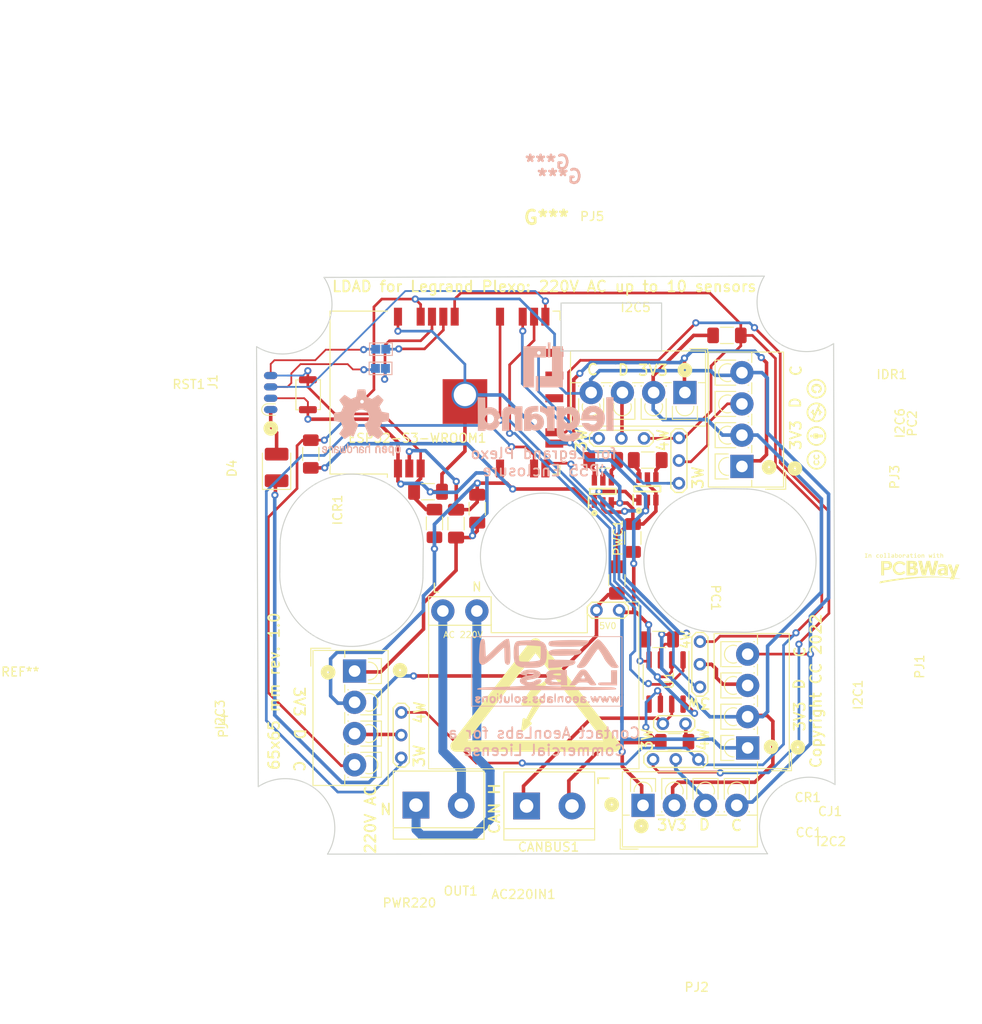
<source format=kicad_pcb>
(kicad_pcb (version 20211014) (generator pcbnew)
  (title_block (date "2021-12-28") (rev "5.3") (company "AeonLabs"))
  (layers (0 "F.Cu" signal) (31 "B.Cu" signal) (34 "B.Paste" user) (35 "F.Paste" user) (36 "B.SilkS" user "B.Silkscreen") (37 "F.SilkS" user "F.Silkscreen") (38 "B.Mask" user) (39 "F.Mask" user) (44 "Edge.Cuts" user))
  (net 0 "")
  (net 1 "/3V3")
  (net 2 "/GND")
  (net 3 "Net-(D4-Pad1)")
  (net 5 "/RST_EN_RTS")
  (net 19 "/IO0_BOOT_DTR")
  (net 22 "/IO04TX_CAN")
  (net 24 "/IO03RX")
  (net 25 "/IO01TX")
  (net 26 "/IO05RX_CAN")
  (net 27 "/5V0")
  (net 28 "/5V0F")
  (net 29 "Net-(HX4002-Pad4)")
  (net 30 "Net-(HX4002-Pad6)")
  (net 31 "Net-(HX4002B1-Pad4)")
  (net 32 "Net-(HX4002B1-Pad6)")
  (net 33 "/RX_IN")
  (net 34 "/TX_IN")
  (net 37 "/IO22_IMC")
  (net 38 "/AC_220_IN")
  (net 39 "/GND_220")
  (net 45 "Net-(CANBUS1-Pad2)")
  (net 46 "Net-(CJ1-Pad2)")
  (net 47 "/IO15")
  (net 48 "Net-(CANBUS1-Pad1)")
  (net 49 "/IO14")
  (net 50 "/IO12")
  (net 51 "/IO13")
  (net 52 "/IO16")
  (net 53 "/IO21_IMD")
  (net 54 "Net-(I2C1-Pad3)")
  (net 55 "Net-(I2C2-Pad3)")
  (net 56 "Net-(I2C3-Pad3)")
  (net 57 "Net-(I2C5-Pad3)")
  (net 58 "Net-(I2C6-Pad3)")
  (footprint "TestPoint:TestPoint_3Pads_Pitch2.54mm_Drill0.8mm" (layer "F.Cu") (at 149.965 71.62)
    (fp_text reference "PJ5")
    (fp_text value "PJ1")
  )
  (footprint "AeonLabs:SW_Push_SPST_NO_Alps_SKRK AliExpress" (layer "F.Cu") (at 116.575 68.295 90)
    (fp_text reference "RST1")
    (fp_text value "RST")
  )
  (footprint "TerminalBlock_4Ucon:TerminalBlock_4Ucon_1x04_P3.50mm_Vertical" (layer "F.Cu") (at 122.625 97.68 -90)
    (fp_text reference "I2C3")
    (fp_text value "I2C3")
  )
  (footprint "TestPoint:TestPoint_3Pads_Pitch2.54mm_Drill0.8mm" (layer "F.Cu") (at 161.3 99.465 90)
    (fp_text reference "PJ1")
    (fp_text value "PJ1")
  )
  (footprint "TestPoint:TestPoint_3Pads_Pitch2.54mm_Drill0.8mm" (layer "F.Cu") (at 156.055 107.57)
    (fp_text reference "PJ2")
    (fp_text value "PJ1")
  )
  (footprint "AeonLabs:HX4002 SOT95 P280X125-6N" (layer "F.Cu") (at 150.45 77.6 90)
    (fp_text reference "HX4002B1" hide)
    (fp_text value "HX4002" hide)
  )
  (footprint "TerminalBlock_4Ucon:TerminalBlock_4Ucon_1x04_P3.50mm_Vertical" (layer "F.Cu") (at 166.65 106.29 90)
    (fp_text reference "I2C1")
    (fp_text value "I2C1")
  )
  (footprint "Connector:SOIC_clipProgSmall" (layer "F.Cu") (at 112.4805 66.5 -90)
    (fp_text reference "J1")
    (fp_text value "Conn_01x08_Male")
  )
  (footprint "AeonLabs:pcbWay Logo Collab" (layer "F.Cu") (at 185.13 86.17)
    (fp_text reference "G***" hide)
    (fp_text value "LOGO" hide)
  )
  (footprint "TestPoint:TestPoint_3Pads_Pitch2.54mm_Drill0.8mm" (layer "F.Cu") (at 127.85 107.395 90)
    (fp_text reference "PJ4")
    (fp_text value "PJ1")
  )
  (footprint "Capacitor_SMD:C_1206_3216Metric_Pad1.33x1.80mm_HandSolder" (layer "F.Cu") (at 133.99 81.17 -90)
    (fp_text reference "ESPC2" hide)
    (fp_text value "22uF")
  )
  (footprint "Resistor_SMD:R_1206_3216Metric_Pad1.30x1.75mm_HandSolder" (layer "F.Cu") (at 117.72 73.38 90)
    (fp_text reference "ICR1")
    (fp_text value "10k")
  )
  (footprint "Symbol:Symbol_Highvoltage_Type2_Front_Silk_Small" (layer "F.Cu") (at 142.89 102.265)
    (fp_text reference "REF**")
    (fp_text value "Symbol_Highvoltage_Type2_Front_Silk_Small")
  )
  (footprint "Capacitor_SMD:C_1206_3216Metric_Pad1.33x1.80mm_HandSolder" (layer "F.Cu") (at 130.85 77.6 180)
    (fp_text reference "ESP_EN_C1" hide)
    (fp_text value "0.1uF")
  )
  (footprint "Resistor_SMD:R_1206_3216Metric_Pad1.30x1.75mm_HandSolder" (layer "F.Cu") (at 131.57 81.15 90)
    (fp_text reference "ENR1" hide)
    (fp_text value "10k")
  )
  (footprint "TerminalBlock_4Ucon:TerminalBlock_4Ucon_1x04_P3.50mm_Vertical" (layer "F.Cu") (at 159.62 66.495 180)
    (fp_text reference "I2C5")
    (fp_text value "I2C5")
  )
  (footprint "TestPoint:TestPoint_3Pads_Pitch2.54mm_Drill0.8mm" (layer "F.Cu") (at 158.95 76.655 90)
    (fp_text reference "PJ3")
    (fp_text value "PJ1")
  )
  (footprint "AeonLabs:aeon creative commons logos" (layer "F.Cu") (at 174.3 70.06 90)
    (fp_text reference "G***" hide)
    (fp_text value "LOGO" hide)
  )
  (footprint "TerminalBlock_4Ucon:TerminalBlock_4Ucon_1x04_P3.50mm_Vertical" (layer "F.Cu") (at 166.005 74.77 90)
    (fp_text reference "I2C6")
    (fp_text value "I2C6")
  )
  (footprint "Diode_SMD:D_1210_3225Metric_Pad1.42x2.65mm_HandSolder" (layer "F.Cu") (at 113.89 74.88 90)
    (fp_text reference "D4")
    (fp_text value "SCHOTSKY")
  )
  (footprint "Fuse:Fuse_1206_3216Metric_Pad1.42x1.75mm_HandSolder" (layer "F.Cu") (at 152 87.49 -90)
    (fp_text reference "Fuse1" hide)
    (fp_text value "Polyfuse")
  )
  (footprint "TestPoint:TestPoint_2Pads_Pitch2.54mm_Drill0.8mm" (layer "F.Cu") (at 152.26 90.875 180)
    (fp_text reference "OUT1")
    (fp_text value "AC/DC Out")
  )
  (footprint "TerminalBlock:TerminalBlock_bornier-2_P5.08mm" (layer "F.Cu") (at 129.5 112.69)
    (fp_text reference "PWR220")
    (fp_text value "PWR220")
  )
  (footprint "TerminalBlock:TerminalBlock_bornier-2_P5.08mm" (layer "F.Cu") (at 141.89 112.79)
    (fp_text reference "CANBUS1")
    (fp_text value "CANBUS")
  )
  (footprint "Capacitor_SMD:C_1206_3216Metric_Pad1.33x1.80mm_HandSolder" (layer "F.Cu") (at 150.47 74.05)
    (fp_text reference "PC2")
    (fp_text value "0.1pF")
  )
  (footprint "Capacitor_SMD:C_1206_3216Metric_Pad1.33x1.80mm_HandSolder" (layer "F.Cu") (at 156.73 94.14)
    (fp_text reference "CC1")
    (fp_text value "0.1uF")
  )
  (footprint "TestPoint:TestPoint_2Pads_Pitch3.81mm_Drill1.3mm" (layer "F.Cu") (at 136.32 90.955 180)
    (fp_text reference "AC220IN1")
    (fp_text value "AC220IN")
  )
  (footprint "AeonLabs:HX4002 SOT95 P280X125-6N" (layer "F.Cu") (at 155.44 77.32 90)
    (fp_text reference "HX4002" hide)
    (fp_text value "HX4002" hide)
  )
  (footprint "Package_SO:SOIC-8_3.9x4.9mm_P1.27mm" (layer "F.Cu") (at 157.51 98.91 -90)
    (fp_text reference "U1")
    (fp_text value "SN65HVD230")
  )
  (footprint "TerminalBlock_4Ucon:TerminalBlock_4Ucon_1x04_P3.50mm_Vertical" (layer "F.Cu") (at 154.93 112.715)
    (fp_text reference "I2C2")
    (fp_text value "I2C2")
  )
  (footprint "Resistor_SMD:R_1206_3216Metric_Pad1.30x1.75mm_HandSolder" (layer "F.Cu") (at 158.47 105.59)
    (fp_text reference "CR1")
    (fp_text value "120")
  )
  (footprint "AeonLabs:LDAD Legrand Plexo 65x65x40mm" (layer "F.Cu") (at 143.63 84.73)
    (fp_text reference "G***")
    (fp_text value "LOGO" hide)
    (fp_line (start -24.431032 -31.124463) (end 24.888802 -31.267026) (layer "Edge.Cuts") (width 0.12))
    (fp_line (start -24.036736 33.446721) (end 25.24622 33.413685) (layer "Edge.Cuts") (width 0.12))
    (fp_line (start 32.798822 25.657482) (end 32.645006 -23.714423) (layer "Edge.Cuts") (width 0.12))
    (fp_line (start -31.983635 -23.36826) (end -31.792939 25.894118) (layer "Edge.Cuts") (width 0.12))
    (fp_line (start 2.12 -22.89) (end 2.12 -28.26) (layer "Edge.Cuts") (width 0.12))
    (fp_line (start 2.12 -28.26) (end 13.38 -28.26) (layer "Edge.Cuts") (width 0.12))
    (fp_line (start 19.074043 8.56096) (end 22.315758 8.592391) (layer "Edge.Cuts") (width 0.12))
    (fp_line (start 19.699143 -7.465716) (end 22.940857 -7.434284) (layer "Edge.Cuts") (width 0.12))
    (fp_line (start 2.12 -22.89) (end 13.38 -22.89) (layer "Edge.Cuts") (width 0.12))
    (fp_line (start 13.38 -22.89) (end 13.38 -28.26) (layer "Edge.Cuts") (width 0.12))
    (fp_line (start -29.375716 1.890857) (end -29.344284 -1.350857) (layer "Edge.Cuts") (width 0.12))
    (fp_line (start -13.34904 2.515957) (end -13.317609 -0.725758) (layer "Edge.Cuts") (width 0.12))
    (fp_arc (start 25.24622 33.413685) (mid 25.923907 26.518308) (end 32.798822 25.657482) (layer "Edge.Cuts") (width 0.12))
    (fp_arc (start -24.431032 -31.124463) (mid -25.108719 -24.229085) (end -31.983635 -23.36826) (layer "Edge.Cuts") (width 0.12))
    (fp_arc (start 32.645006 -23.714423) (mid 25.749628 -24.39211) (end 24.888802 -31.267026) (layer "Edge.Cuts") (width 0.12))
    (fp_arc (start -13.34904 2.515957) (mid -21.673481 10.179649) (end -29.375716 1.890857) (layer "Edge.Cuts") (width 0.12))
    (fp_arc (start 19.074043 8.56096) (mid 11.410352 0.236519) (end 19.699143 -7.465716) (layer "Edge.Cuts") (width 0.12))
    (fp_arc (start -31.792939 25.894118) (mid -24.897561 26.571805) (end -24.036736 33.446721) (layer "Edge.Cuts") (width 0.12))
    (fp_arc (start 22.940857 -7.434284) (mid 30.678934 0.893058) (end 22.315758 8.592391) (layer "Edge.Cuts") (width 0.12))
    (fp_arc (start -29.344284 -1.350857) (mid -21.016942 -9.088934) (end -13.317609 -0.725758) (layer "Edge.Cuts") (width 0.12))
    (fp_circle (center 0.14223 0.082286) (end 5.91779 4.132039) (layer "Edge.Cuts") (width 0.12) (fill none))
  )
  (footprint "TestPoint:TestPoint_2Pads_Pitch2.54mm_Drill0.8mm" (layer "F.Cu") (at 157.15 103.58)
    (fp_text reference "CJ1")
    (fp_text value "CJ1")
  )
  (footprint "Resistor_SMD:R_1206_3216Metric_Pad1.30x1.75mm_HandSolder" (layer "F.Cu") (at 164.33 60.1 180)
    (fp_text reference "IDR1")
    (fp_text value "10k")
  )
  (footprint "Capacitor_SMD:C_1206_3216Metric_Pad1.33x1.80mm_HandSolder" (layer "F.Cu") (at 155.46 74.06)
    (fp_text reference "PC1")
    (fp_text value "0.1pF")
  )
  (footprint "RF_Module:ESP32-WROOM-32" (layer "F.Cu") (at 135.74 66.5 90)
    (fp_text reference "ESP32-S3-WROOM1")
    (fp_text value "ESP32-S3-WROOM1")
  )
  (footprint "Capacitor_SMD:C_1206_3216Metric_Pad1.33x1.80mm_HandSolder" (layer "F.Cu") (at 136.36 79.5 -90)
    (fp_text reference "ESPC1" hide)
    (fp_text value "0.1uF")
  )
  (footprint "Capacitor_SMD:C_1206_3216Metric_Pad1.33x1.80mm_HandSolder" (layer "F.Cu") (at 153.79 82.78 -90)
    (fp_text reference "PWC1")
    (fp_text value "0.1pF")
  )
  (footprint "TestPoint:TestPoint_Pad_Bridge_1.0x1.0mm" (layer "B.Cu") (at 125 61.64)
    (fp_text reference "TX1" hide)
    (fp_text value "TX1")
  )
  (footprint "AeonLabs:aeon logo www" (layer "B.Cu") (at 144.150001 97.677666 180)
    (fp_text reference "G***")
    (fp_text value "LOGO" hide)
  )
  (footprint "Symbol:OSHW-Logo2_9.8x8mm_SilkScreen" (layer "B.Cu") (at 123.39 69.86 180)
    (fp_text reference "REF**" hide)
    (fp_text value "OSHW-Logo2_9.8x8mm_SilkScreen" hide)
  )
  (footprint "AeonLabs:Logo Legrand" (layer "B.Cu") (at 144.01 66.43 180)
    (fp_text reference "G***")
    (fp_text value "LOGO" hide)
  )
  (footprint "TestPoint:TestPoint_Pad_Bridge_1.0x1.0mm" (layer "B.Cu") (at 124.96 63.79)
    (fp_text reference "RX1" hide)
    (fp_text value "RX1")
  )
  (gr_circle (center 154.73 115.029044) (end 155.2 115.059044) (layer "F.SilkS") (width 0.7) (fill none))
  (gr_line (start 130.91 108.635) (end 130.925 92.475) (layer "F.SilkS") (width 0.1))
  (gr_line (start 154.48 108.615) (end 154.46 89.945) (layer "F.SilkS") (width 0.1))
  (gr_circle (center 113.24 70.51) (end 113.71 70.54) (layer "F.SilkS") (width 0.7) (fill none))
  (gr_circle (center 159.62 63.979044) (end 160.09 64.009044) (layer "F.SilkS") (width 0.7) (fill none))
  (gr_circle (center 169.27 106.169044) (end 169.74 106.199044) (layer "F.SilkS") (width 0.7) (fill none))
  (gr_line (start 148.69 93.395) (end 148.69 90.495) (layer "F.SilkS") (width 0.12))
  (gr_line (start 137.93 93.385) (end 137.93 92.445) (layer "F.SilkS") (width 0.12))
  (gr_line (start 137.93 93.385) (end 148.69 93.395) (layer "F.SilkS") (width 0.12))
  (gr_circle (center 119.66 97.819044) (end 120.13 97.849044) (layer "F.SilkS") (width 0.7) (fill none))
  (gr_line (start 152.77 89.945) (end 154.46 89.945) (layer "F.SilkS") (width 0.1))
  (gr_circle (center 171.94 74.999044) (end 172.41 75.029044) (layer "F.SilkS") (width 0.7) (fill none))
  (gr_circle (center 127.719044 97.59) (end 128.189044 97.62) (layer "F.SilkS") (width 0.7) (fill none))
  (gr_line (start 154.48 108.615) (end 130.91 108.635) (layer "F.SilkS") (width 0.1))
  (gr_circle (center 169.05 74.859044) (end 169.52 74.889044) (layer "F.SilkS") (width 0.7) (fill none))
  (gr_circle (center 172.26 106.219044) (end 172.73 106.249044) (layer "F.SilkS") (width 0.7) (fill none))
  (gr_circle (center 151.42 112.63) (end 151.89 112.66) (layer "F.SilkS") (width 0.7) (fill none))
  (gr_text "for Legrand Plexo\nIP55 Enclosure" (at 143.8 74.28) (layer "B.SilkS") (effects (font (size 1.2 1.2) (thickness 0.2)) (justify mirror)))
  (gr_text "Contact AeonLabs for a\nCommercial License" (at 143.85 105.59) (layer "B.SilkS") (effects (font (size 1.2 1.2) (thickness 0.2)) (justify mirror)))
  (gr_text "3V3" (at 156.05 64) (layer "F.SilkS") (effects (font (size 1.2 1.2) (thickness 0.2))))
  (gr_text "C" (at 116.39 108.33 -90) (layer "F.SilkS") (effects (font (size 1.2 1.2) (thickness 0.2))))
  (gr_text "D" (at 171.99 67.64 90) (layer "F.SilkS") (effects (font (size 1.2 1.2) (thickness 0.2))))
  (gr_text "4W" (at 157.15 71.85 90) (layer "F.SilkS") (effects (font (size 1.2 1.2) (thickness 0.2))))
  (gr_text "3V3" (at 116.42 101.12 -90) (layer "F.SilkS") (effects (font (size 1.2 1.2) (thickness 0.2))))
  (gr_text "L" (at 131.73 88.385) (layer "F.SilkS") (effects (font (size 1 1))))
  (gr_text "3W" (at 129.87 107.19 90) (layer "F.SilkS") (effects (font (size 1.2 1.2) (thickness 0.2))))
  (gr_text "L" (at 150.44 109.88 270) (layer "F.SilkS") (effects (font (size 1.2 1.2) (thickness 0.2))))
  (gr_text "3W" (at 161.18 101.28 180) (layer "F.SilkS") (effects (font (size 1.2 1.2) (thickness 0.2))))
  (gr_text "C" (at 149.26 63.93) (layer "F.SilkS") (effects (font (size 1.2 1.2) (thickness 0.2))))
  (gr_text "3W" (at 161.08 76.03 90) (layer "F.SilkS") (effects (font (size 1.2 1.2) (thickness 0.2))))
  (gr_text "N" (at 126.12 113.06 180) (layer "F.SilkS") (effects (font (size 1.2 1.2) (thickness 0.2))))
  (gr_text "5V0" (at 150.98 92.625) (layer "F.SilkS") (effects (font (size 0.7 0.7) (thickness 0.1))))
  (gr_text "C" (at 165.39 114.97) (layer "F.SilkS") (effects (font (size 1.2 1.2) (thickness 0.2))))
  (gr_text "220V AC" (at 124.4 114.32 90) (layer "F.SilkS") (effects (font (size 1.2 1.2) (thickness 0.2))))
  (gr_text "LDAD for Legrand Plexo: 220V AC up to 10 sensors" (at 143.87 54.62) (layer "F.SilkS") (effects (font (size 1.2 1.2) (thickness 0.2))))
  (gr_text "3W" (at 148.02 71.82 90) (layer "F.SilkS") (effects (font (size 1.2 1.2) (thickness 0.2))))
  (gr_text "N" (at 136.32 88.255) (layer "F.SilkS") (effects (font (size 1 1))))
  (gr_text "C" (at 172.07 64.05 90) (layer "F.SilkS") (effects (font (size 1.2 1.2) (thickness 0.2))))
  (gr_text "3V3" (at 172.47 102.76 90) (layer "F.SilkS") (effects (font (size 1.2 1.2) (thickness 0.2))))
  (gr_text "D" (at 172.42 99.14 90) (layer "F.SilkS") (effects (font (size 1.2 1.2) (thickness 0.2))))
  (gr_text "4W" (at 129.92 102.33 90) (layer "F.SilkS") (effects (font (size 1.2 1.2) (thickness 0.2))))
  (gr_text "D" (at 161.8 114.89) (layer "F.SilkS") (effects (font (size 1.2 1.2) (thickness 0.2))))
  (gr_text "D" (at 152.73 63.97) (layer "F.SilkS") (effects (font (size 1.2 1.2) (thickness 0.2))))
  (gr_text "4W" (at 161.68 105.35 90) (layer "F.SilkS") (effects (font (size 1.2 1.2) (thickness 0.2))))
  (gr_text "Copyright CC 2022" (at 174.3 99.91 90) (layer "F.SilkS") (effects (font (size 1.2 1.2) (thickness 0.2))))
  (gr_text "D" (at 116.47 104.74 -90) (layer "F.SilkS") (effects (font (size 1.2 1.2) (thickness 0.2))))
  (gr_text "3V3" (at 158.18 114.94) (layer "F.SilkS") (effects (font (size 1.2 1.2) (thickness 0.2))))
  (gr_text "C" (at 172.5 95.55 90) (layer "F.SilkS") (effects (font (size 1.2 1.2) (thickness 0.2))))
  (gr_text "3V3" (at 172.04 71.26 90) (layer "F.SilkS") (effects (font (size 1.2 1.2) (thickness 0.2))))
  (gr_text "3W" (at 155.41 105.35 90) (layer "F.SilkS") (effects (font (size 1.2 1.2) (thickness 0.2))))
  (gr_text "CAN H" (at 138.29 113.09 90) (layer "F.SilkS") (effects (font (size 1.2 1.2) (thickness 0.2))))
  (gr_text "AC 220V" (at 134.78 93.62) (layer "F.SilkS") (effects (font (size 0.7 0.7) (thickness 0.1))))
  (gr_text "4W" (at 159.71 94.16 90) (layer "F.SilkS") (effects (font (size 1 1) (thickness 0.18))))
  (gr_text "65x65 mm rev. 1.0" (at 113.61 99.94 90) (layer "F.SilkS") (effects (font (size 1.2 1.2) (thickness 0.2))))
  (segment (start 158.3925 93.6) (end 158.7425 93.95) (width 0.3) (layer "F.Cu") (net 1))
  (segment (start 158.2925 93.8475) (end 158.7 93.44) (width 0.4) (layer "F.Cu") (net 1))
  (segment (start 136.38 76.64) (end 139.67 76.64) (width 0.4) (layer "F.Cu") (net 1))
  (segment (start 136.36 77.9375) (end 136.36 76.66) (width 0.4) (layer "F.Cu") (net 1))
  (segment (start 158.7425 93.95) (end 158.59 93.95) (width 0.3) (layer "F.Cu") (net 1))
  (segment (start 154.47 78.53) (end 153.9 78.53) (width 0.4) (layer "F.Cu") (net 1))
  (segment (start 136.36 76.66) (end 136.38 76.64) (width 0.4) (layer "F.Cu") (net 1))
  (segment (start 158.25 110.7) (end 158.82 110.13) (width 0.4) (layer "F.Cu") (net 1))
  (segment (start 169.47 108.11) (end 169.47 105.37) (width 0.4) (layer "F.Cu") (net 1))
  (segment (start 156.07 66.59) (end 156.07 64.63) (width 0.4) (layer "F.Cu") (net 1))
  (segment (start 158.29 112.18) (end 158.29 113.3) (width 0.4) (layer "F.Cu") (net 1))
  (segment (start 149.48 78.81) (end 148.61 78.81) (width 0.4) (layer "F.Cu") (net 1))
  (segment (start 169.47 103.31) (end 168.81 102.65) (width 0.4) (layer "F.Cu") (net 1))
  (segment (start 146.82 77.3) (end 140.33 77.3) (width 0.4) (layer "F.Cu") (net 1))
  (segment (start 168.81 102.65) (end 166.315 102.65) (width 0.4) (layer "F.Cu") (net 1))
  (segment (start 139.67 76.64) (end 140.33 77.3) (width 0.4) (layer "F.Cu") (net 1))
  (segment (start 128.755 73.095) (end 128.755 75) (width 0.4) (layer "F.Cu") (net 1))
  (segment (start 152.94 77.57) (end 150 77.57) (width 0.4) (layer "F.Cu") (net 1))
  (segment (start 153.9 78.53) (end 152.94 77.57) (width 0.4) (layer "F.Cu") (net 1))
  (segment (start 117.72 74.93) (end 119.28 74.93) (width 0.4) (layer "F.Cu") (net 1))
  (segment (start 157.41 93.6) (end 158.3925 93.6) (width 0.3) (layer "F.Cu") (net 1))
  (segment (start 133.99 79.6075) (end 133.99 78.84) (width 0.4) (layer "F.Cu") (net 1))
  (segment (start 135.5125 79.6075) (end 133.99 79.6075) (width 0.4) (layer "F.Cu") (net 1))
  (segment (start 156.875 95.195) (end 157.4 94.67) (width 0.3) (layer "F.Cu") (net 1))
  (segment (start 158.7425 94.4675) (end 158.7425 93.95) (width 0.3) (layer "F.Cu") (net 1))
  (segment (start 156.875 96.435) (end 156.875 95.195) (width 0.3) (layer "F.Cu") (net 1))
  (segment (start 156.07 64.63) (end 160.6 60.1) (width 0.4) (layer "F.Cu") (net 1))
  (segment (start 167.45 110.13) (end 169.47 108.11) (width 0.4) (layer "F.Cu") (net 1))
  (segment (start 134.01 78.82) (end 134.01 76.45) (width 0.4) (layer "F.Cu") (net 1))
  (segment (start 136.36 78.76) (end 135.5125 79.6075) (width 0.4) (layer "F.Cu") (net 1))
  (segment (start 169.47 105.37) (end 169.47 104.32) (width 0.4) (layer "F.Cu") (net 1))
  (segment (start 136.36 77.9375) (end 136.36 78.76) (width 0.4) (layer "F.Cu") (net 1))
  (segment (start 147.85 78.04) (end 147.11 77.3) (width 0.4) (layer "F.Cu") (net 1))
  (segment (start 149.48 78.09) (end 150 77.57) (width 0.4) (layer "F.Cu") (net 1))
  (segment (start 158.82 110.13) (end 167.45 110.13) (width 0.4) (layer "F.Cu") (net 1))
  (segment (start 149.48 78.81) (end 149.48 78.09) (width 0.4) (layer "F.Cu") (net 1))
  (segment (start 133.99 78.84) (end 134.01 78.82) (width 0.4) (layer "F.Cu") (net 1))
  (segment (start 158.2925 94.14) (end 158.2925 93.8475) (width 0.4) (layer "F.Cu") (net 1))
  (segment (start 147.11 77.3) (end 146.82 77.3) (width 0.4) (layer "F.Cu") (net 1))
  (segment (start 131.57 82.7) (end 131.57 83.99) (width 0.4) (layer "F.Cu") (net 1))
  (segment (start 169.47 105.37) (end 169.47 103.31) (width 0.4) (layer "F.Cu") (net 1))
  (segment (start 160.6 60.1) (end 162.78 60.1) (width 0.4) (layer "F.Cu") (net 1))
  (segment (start 158.7 93.44) (end 159.8 93.44) (width 0.4) (layer "F.Cu") (net 1))
  (segment (start 148.61 78.81) (end 147.85 78.05) (width 0.4) (layer "F.Cu") (net 1))
  (segment (start 158.54 94.67) (end 158.7425 94.4675) (width 0.3) (layer "F.Cu") (net 1))
  (segment (start 158.25 112.355) (end 158.25 110.7) (width 0.4) (layer "F.Cu") (net 1))
  (segment (start 157.4 94.67) (end 158.54 94.67) (width 0.3) (layer "F.Cu") (net 1))
  (segment (start 147.85 78.05) (end 147.85 78.04) (width 0.4) (layer "F.Cu") (net 1))
  (via (at 134.01 76.45) (size 0.8) (drill 0.4) (layers "F.Cu" "B.Cu") (net 1))
  (via (at 159.8 93.44) (size 0.8) (drill 0.4) (layers "F.Cu" "B.Cu") (net 1))
  (via (at 136.38 76.64) (size 0.8) (drill 0.4) (layers "F.Cu" "B.Cu") (net 1))
  (via (at 150 77.57) (size 0.8) (drill 0.4) (layers "F.Cu" "B.Cu") (net 1))
  (via (at 119.28 74.93) (size 0.8) (drill 0.4) (layers "F.Cu" "B.Cu") (net 1))
  (via (at 131.57 83.99) (size 0.8) (drill 0.4) (layers "F.Cu" "B.Cu") (net 1))
  (via (at 140.33 77.3) (size 0.8) (drill 0.4) (layers "F.Cu" "B.Cu") (net 1))
  (via (at 157.02 93.57) (size 0.8) (drill 0.4) (layers "F.Cu" "B.Cu") (net 1))
  (via (at 128.755 73.095) (size 0.8) (drill 0.4) (layers "F.Cu" "B.Cu") (net 1))
  (segment (start 140.33 77.3) (end 140.27 77.3) (width 0.4) (layer "B.Cu") (net 1))
  (segment (start 157.02 97.4) (end 157.02 93.57) (width 0.4) (layer "B.Cu") (net 1))
  (segment (start 168.32 102.78) (end 167.43 102.78) (width 0.4) (layer "B.Cu") (net 1))
  (segment (start 174.91 78.41) (end 174.91 88.85) (width 0.4) (layer "B.Cu") (net 1))
  (segment (start 130.34 89.25) (end 130.34 90.91) (width 0.4) (layer "B.Cu") (net 1))
  (segment (start 150 78.13) (end 152.84 80.97) (width 0.4) (layer "B.Cu") (net 1))
  (segment (start 119.94 100.46) (end 120.76 101.28) (width 0.4) (layer "B.Cu") (net 1))
  (segment (start 168.88 94.88) (end 168.88 102.22) (width 0.4) (layer "B.Cu") (net 1))
  (segment (start 162.51 69.93) (end 163.84 71.26) (width 0.4) (layer "B.Cu") (net 1))
  (segment (start 136.18 76.64) (end 136.38 76.64) (width 0.4) (layer "B.Cu") (net 1))
  (segment (start 134.8825 77.9375) (end 134.6 78.22) (width 0.4) (layer "B.Cu") (net 1))
  (segment (start 165.98 71.26) (end 167.76 71.26) (width 0.4) (layer "B.Cu") (net 1))
  (segment (start 162.1 69.52) (end 162.51 69.93) (width 0.4) (layer "B.Cu") (net 1))
  (segment (start 131.57 81.25) (end 131.57 83.99) (width 0.4) (layer "B.Cu") (net 1))
  (segment (start 120.67 95.58) (end 119.94 96.31) (width 0.4) (layer "B.Cu") (net 1))
  (segment (start 125.67 95.58) (end 120.67 95.58) (width 0.4) (layer "B.Cu") (net 1))
  (segment (start 158.29 113.3) (end 158.29 112.33) (width 0.4) (layer "B.Cu") (net 1))
  (segment (start 135.19 72.22) (end 121.99 72.22) (width 0.4) (layer "B.Cu") (net 1))
  (segment (start 131.57 88.02) (end 130.34 89.25) (width 0.4) (layer "B.Cu") (net 1))
  (segment (start 120.76 101.28) (end 122.675 101.28) (width 0.4) (layer "B.Cu") (net 1))
  (segment (start 159.07 93.44) (end 159.8 93.44) (width 0.4) (layer "B.Cu") (net 1))
  (segment (start 130.56 73) (end 128.85 73) (width 0.4) (layer "B.Cu") (net 1))
  (segment (start 166.165 102.8) (end 166.315 102.65) (width 0.3) (layer "B.Cu") (net 1))
  (segment (start 130.34 90.91) (end 125.67 95.58) (width 0.4) (layer "B.Cu") (net 1))
  (segment (start 160.635 101.015) (end 162.42 102.8) (width 0.4) (layer "B.Cu") (net 1))
  (segment (start 134.6 78.22) (end 131.57 81.25) (width 0.4) (layer "B.Cu") (net 1))
  (segment (start 134.01 76.45) (end 130.56 73) (width 0.4) (layer "B.Cu") (net 1))
  (segment (start 163.84 71.26) (end 165.98 71.26) (width 0.4) (layer "B.Cu") (net 1))
  (segment (start 134.6 78.22) (end 136.18 76.64) (width 0.4) (layer "B.Cu") (net 1))
  (segment (start 121.99 72.22) (end 119.28 74.93) (width 0.4) (layer "B.Cu") (net 1))
  (segment (start 140.27 77.3) (end 135.19 72.22) (width 0.4) (layer "B.Cu") (net 1))
  (segment (start 119.94 96.31) (end 119.94 100.46) (width 0.4) (layer "B.Cu") (net 1))
  (segment (start 168.88 102.22) (end 168.32 102.78) (width 0.4) (layer "B.Cu") (net 1))
  (segment (start 152.84 87.21) (end 159.07 93.44) (width 0.4) (layer "B.Cu") (net 1))
  (segment (start 152.84 80.97) (end 152.84 87.21) (width 0.4) (layer "B.Cu") (net 1))
  (segment (start 156.07 66.59) (end 156.07 68.43) (width 0.4) (layer "B.Cu") (net 1))
  (segment (start 156.07 68.43) (end 157.16 69.52) (width 0.4) (layer "B.Cu") (net 1))
  (segment (start 150 77.57) (end 150 78.13) (width 0.4) (layer "B.Cu") (net 1))
  (segment (start 128.85 73) (end 128.755 73.095) (width 0.4) (layer "B.Cu") (net 1))
  (segment (start 162.51 69.93) (end 163.22 70.64) (width 0.4) (layer "B.Cu") (net 1))
  (segment (start 162.42 102.8) (end 166.165 102.8) (width 0.4) (layer "B.Cu") (net 1))
  (segment (start 167.76 71.26) (end 174.91 78.41) (width 0.4) (layer "B.Cu") (net 1))
  (segment (start 160.635 101.015) (end 157.02 97.4) (width 0.4) (layer "B.Cu") (net 1))
  (segment (start 131.57 83.99) (end 131.57 88.02) (width 0.4) (layer "B.Cu") (net 1))
  (segment (start 174.91 88.85) (end 168.88 94.88) (width 0.4) (layer "B.Cu") (net 1))
  (segment (start 157.16 69.52) (end 162.1 69.52) (width 0.4) (layer "B.Cu") (net 1))
  (segment (start 159.675 101.385) (end 160.7 102.41) (width 0.4) (layer "F.Cu") (net 2))
  (segment (start 117.395 68.415) (end 117.395 69.395) (width 0.3) (layer "F.Cu") (net 2))
  (segment (start 127.485 58) (end 127.485 59.525) (width 0.3) (layer "F.Cu") (net 2))
  (segment (start 132.4125 77.6) (end 132.4125 75.6275) (width 0.4) (layer "F.Cu") (net 2))
  (segment (start 146.645 72.215) (end 146.74 72.12) (width 0.4) (layer "F.Cu") (net 2))
  (segment (start 132.4125 75.6275) (end 134.985 73.055) (width 0.4) (layer "F.Cu") (net 2))
  (segment (start 155.59 94.15875) (end 155.59 92.56125) (width 0.4) (layer "F.Cu") (net 2))
  (segment (start 130.35 92.98) (end 125.55 97.78) (width 0.4) (layer "F.Cu") (net 2))
  (segment (start 132.4125 77.6) (end 131.31 77.6) (width 0.4) (layer "F.Cu") (net 2))
  (segment (start 159.415 101.385) (end 159.675 101.385) (width 0.4) (layer "F.Cu") (net 2))
  (segment (start 134.985 73.055) (end 134.985 67.5) (width 0.4) (layer "F.Cu") (net 2))
  (segment (start 166.055 74.14) (end 168.07 74.14) (width 0.4) (layer "F.Cu") (net 2))
  (segment (start 144.995 72.215) (end 146.645 72.215) (width 0.4) (layer "F.Cu") (net 2))
  (segment (start 168.76 63.16) (end 168.18 62.58) (width 0.4) (layer "F.Cu") (net 2))
  (segment (start 155.5075 92.5425) (end 155.56 92.49) (width 0.3) (layer "F.Cu") (net 2))
  (segment (start 150.43 78.81) (end 150.43 79.51) (width 0.4) (layer "F.Cu") (net 2))
  (segment (start 168.07 74.14) (end 168.76 73.45) (width 0.4) (layer "F.Cu") (net 2))
  (segment (start 159.57 66.59) (end 159.57 62.74) (width 0.4) (layer "F.Cu") (net 2))
  (segment (start 116.985 67.135) (end 117.395 67.545) (width 0.2) (layer "F.Cu") (net 2))
  (segment (start 146.74 72.12) (end 147.17 71.69) (width 0.4) (layer "F.Cu") (net 2))
  (segment (start 153.89 84.4425) (end 153.79 84.3425) (width 0.4) (layer "F.Cu") (net 2))
  (segment (start 152.57 91.1) (end 154.17 91.1) (width 0.4) (layer "F.Cu") (net 2))
  (segment (start 152.6 108.35) (end 152.6 106.71) (width 0.4) (layer "F.Cu") (net 2))
  (segment (start 127.485 72.075) (end 124.89 69.48) (width 0.4) (layer "F.Cu") (net 2))
  (segment (start 154.17 91.1) (end 155.56 92.49) (width 0.4) (layer "F.Cu") (net 2))
  (segment (start 135.83 82.52) (end 135.6175 82.7325) (width 0.4) (layer "F.Cu") (net 2))
  (segment (start 150.8 79.88) (end 152.7 79.88) (width 0.4) (layer "F.Cu") (net 2))
  (segment (start 157.55 98.33) (end 156.54 98.33) (width 0.3) (layer "F.Cu") (net 2))
  (segment (start 127.485 75) (end 127.485 72.075) (width 0.4) (layer "F.Cu") (net 2))
  (segment (start 133.99 86.41) (end 130.35 90.05) (width 0.4) (layer "F.Cu") (net 2))
  (segment (start 155.42 79.54) (end 155.22 79.74) (width 0.4) (layer "F.Cu") (net 2))
  (segment (start 113.2305 67.135) (end 116.985 67.135) (width 0.2) (layer "F.Cu") (net 2))
  (segment (start 153.89 85.64) (end 153.89 84.4425) (width 0.4) (layer "F.Cu") (net 2))
  (segment (start 127.485 76.425) (end 127.8 76.74) (width 0.4) (layer "F.Cu") (net 2))
  (segment (start 155.42 78.53) (end 155.42 79.54) (width 0.4) (layer "F.Cu") (net 2))
  (segment (start 154.78 113.29) (end 154.78 110.53) (width 0.4) (layer "F.Cu") (net 2))
  (segment (start 130.35 90.05) (end 130.35 92.98) (width 0.4) (layer "F.Cu") (net 2))
  (segment (start 158.145 97.735) (end 157.55 98.33) (width 0.3) (layer "F.Cu") (net 2))
  (segment (start 135.6175 82.7325) (end 133.99 82.7325) (width 0.4) (layer "F.Cu") (net 2))
  (segment (start 136.36 81.0625) (end 136.36 81.99) (width 0.4) (layer "F.Cu") (net 2))
  (segment (start 159.57 62.74) (end 159.49 62.66) (width 0.4) (layer "F.Cu") (net 2))
  (segment (start 133.99 82.7325) (end 133.99 86.41) (width 0.4) (layer "F.Cu") (net 2))
  (segment (start 150.43 79.51) (end 150.8 79.88) (width 0.4) (layer "F.Cu") (net 2))
  (segment (start 154.78 110.53) (end 152.6 108.35) (width 0.4) (layer "F.Cu") (net 2))
  (segment (start 154.79 113.3) (end 154.78 113.29) (width 0.4) (layer "F.Cu") (net 2))
  (segment (start 158.145 96.435) (end 158.145 97.735) (width 0.3) (layer "F.Cu") (net 2))
  (segment (start 152.57 91.1) (end 153.89 91.1) (width 0.4) (layer "F.Cu") (net 2))
  (segment (start 147.17 71.69) (end 147.17 66.86) (width 0.4) (layer "F.Cu") (net 2))
  (segment (start 147.17 65.03) (end 147.85 64.35) (width 0.4) (layer "F.Cu") (net 2))
  (segment (start 124.89 69.48) (end 117.4 69.48) (width 0.4) (layer "F.Cu") (net 2))
  (segment (start 136.36 81.99) (end 135.83 82.52) (width 0.4) (layer "F.Cu") (net 2))
  (segment (start 125.55 97.78) (end 122.675 97.78) (width 0.4) (layer "F.Cu") (net 2))
  (segment (start 147.17 66.86) (end 147.17 65.03) (width 0.4) (layer "F.Cu") (net 2))
  (segment (start 153.89 91.1) (end 153.89 85.64) (width 0.4) (layer "F.Cu") (net 2))
  (segment (start 168.76 73.45) (end 168.76 64.78) (width 0.4) (layer "F.Cu") (net 2))
  (segment (start 117.395 67.545) (end 117.395 68.415) (width 0.2) (layer "F.Cu") (net 2))
  (segment (start 168.76 64.78) (end 168.76 63.16) (width 0.4) (layer "F.Cu") (net 2))
  (segment (start 127.485 75) (end 127.485 76.425) (width 0.4) (layer "F.Cu") (net 2))
  (via (at 152.87 79.79) (size 0.8) (drill 0.4) (layers "F.Cu" "B.Cu") (net 2))
  (via (at 156.54 98.33) (size 0.8) (drill 0.4) (layers "F.Cu" "B.Cu") (net 2))
  (via (at 152.6 106.71) (size 0.8) (drill 0.4) (layers "F.Cu" "B.Cu") (net 2))
  (via (at 135.83 82.52) (size 0.8) (drill 0.4) (layers "F.Cu" "B.Cu") (net 2))
  (via (at 155.22 79.74) (size 0.8) (drill 0.4) (layers "F.Cu" "B.Cu") (net 2))
  (via (at 131.1 77.62) (size 0.8) (drill 0.4) (layers "F.Cu" "B.Cu") (net 2))
  (via (at 168.18 62.58) (size 0.8) (drill 0.4) (layers "F.Cu" "B.Cu") (net 2))
  (via (at 127.48 59.62) (size 0.8) (drill 0.4) (layers "F.Cu" "B.Cu") (net 2))
  (via (at 146.74 72.12) (size 0.8) (drill 0.4) (layers "F.Cu" "B.Cu") (net 2))
  (via (at 147.85 64.35) (size 0.8) (drill 0.4) (layers "F.Cu" "B.Cu") (net 2))
  (via (at 127.8 76.74) (size 0.8) (drill 0.4) (layers "F.Cu" "B.Cu") (net 2))
  (via (at 153.89 85.64) (size 0.8) (drill 0.4) (layers "F.Cu" "B.Cu") (net 2))
  (via (at 117.4 69.48) (size 0.8) (drill 0.4) (layers "F.Cu" "B.Cu") (net 2))
  (via (at 159.57 62.65) (size 0.8) (drill 0.4) (layers "F.Cu" "B.Cu") (net 2))
  (via (at 160.7 102.41) (size 0.8) (drill 0.4) (layers "F.Cu" "B.Cu") (net 2))
  (via (at 134.98 66.77) (size 3) (drill 2.5) (layers "F.Cu" "B.Cu") (net 2))
  (via (at 155.56 92.49) (size 0.8) (drill 0.4) (layers "F.Cu" "B.Cu") (net 2))
  (segment (start 155.22 79.74) (end 152.84 79.74) (width 0.4) (layer "B.Cu") (net 2))
  (segment (start 163.69 106.28) (end 165.795 106.28) (width 0.4) (layer "B.Cu") (net 2))
  (segment (start 151.27 74.06) (end 148.76 74.06) (width 0.4) (layer "B.Cu") (net 2))
  (segment (start 137.44 79.98) (end 135.83 81.59) (width 0.4) (layer "B.Cu") (net 2))
  (segment (start 154.48 105.31) (end 155.71 105.31) (width 0.4) (layer "B.Cu") (net 2))
  (segment (start 134.98 63.33) (end 134.98 66.77) (width 0.3) (layer "B.Cu") (net 2))
  (segment (start 152.57 91.1) (end 152.57 100.34) (width 0.4) (layer "B.Cu") (net 2))
  (segment (start 139.16 66.77) (end 134.98 66.77) (width 0.4) (layer "B.Cu") (net 2))
  (segment (start 152.57 105.38) (end 152.57 106.68) (width 0.4) (layer "B.Cu") (net 2))
  (segment (start 155.22 79.74) (end 155.26 79.74) (width 0.4) (layer "B.Cu") (net 2))
  (segment (start 156.53 98.51) (end 159.61 101.59) (width 0.4) (layer "B.Cu") (net 2))
  (segment (start 160.39 61.87) (end 159.61 62.65) (width 0.4) (layer "B.Cu") (net 2))
  (segment (start 159.08 63.14) (end 159.57 62.65) (width 0.4) (layer "B.Cu") (net 2))
  (segment (start 162.72 105.31) (end 163.69 106.28) (width 0.4) (layer "B.Cu") (net 2))
  (segment (start 151.87 63.14) (end 159.08 63.14) (width 0.4) (layer "B.Cu") (net 2))
  (segment (start 135.83 81.59) (end 135.83 82.52) (width 0.4) (layer "B.Cu") (net 2))
  (segment (start 155.56 97.35) (end 156.54 98.33) (width 0.4) (layer "B.Cu") (net 2))
  (segment (start 155.56 92.49) (end 155.56 97.35) (width 0.4) (layer "B.Cu") (net 2))
  (segment (start 136.24 75.5) (end 137.16 75.5) (width 0.4) (layer "B.Cu") (net 2))
  (segment (start 131.1 77.62) (end 131.15 77.67) (width 0.4) (layer "B.Cu") (net 2))
  (segment (start 127.87 76.67) (end 130.15 76.67) (width 0.4) (layer "B.Cu") (net 2))
  (segment (start 146.82 72.12) (end 146.74 72.12) (width 0.4) (layer "B.Cu") (net 2))
  (segment (start 152.64 105.31) (end 152.57 105.38) (width 0.4) (layer "B.Cu") (net 2))
  (segment (start 160.43 102.41) (end 160.7 102.41) (width 0.4) (layer "B.Cu") (net 2))
  (segment (start 137.16 75.5) (end 137.44 75.78) (width 0.4) (layer "B.Cu") (net 2))
  (segment (start 137.44 75.78) (end 137.44 79.98) (width 0.4) (layer "B.Cu") (net 2))
  (segment (start 134.07 77.67) (end 136.24 75.5) (width 0.4) (layer "B.Cu") (net 2))
  (segment (start 155.22 78.01) (end 151.27 74.06) (width 0.4) (layer "B.Cu") (net 2))
  (segment (start 149.06 63.14) (end 147.85 64.35) (width 0.4) (layer "B.Cu") (net 2))
  (segment (start 155.71 105.31) (end 152.64 105.31) (width 0.4) (layer "B.Cu") (net 2))
  (segment (start 131.15 77.67) (end 134.07 77.67) (width 0.4) (layer "B.Cu") (net 2))
  (segment (start 152.57 100.34) (end 152.57 103.19) (width 0.4) (layer "B.Cu") (net 2))
  (segment (start 146.74 72.12) (end 144.51 72.12) (width 0.4) (layer "B.Cu") (net 2))
  (segment (start 144.51 72.12) (end 139.16 66.77) (width 0.4) (layer "B.Cu") (net 2))
  (segment (start 155.71 105.31) (end 162.72 105.31) (width 0.4) (layer "B.Cu") (net 2))
  (segment (start 127.48 59.62) (end 131.27 59.62) (width 0.3) (layer "B.Cu") (net 2))
  (segment (start 159.61 62.65) (end 159.57 62.65) (width 0.4) (layer "B.Cu") (net 2))
  (segment (start 153.89 81.01) (end 155.18 79.72) (width 0.4) (layer "B.Cu") (net 2))
  (segment (start 160.39 61.87) (end 167.47 61.87) (width 0.4) (layer "B.Cu") (net 2))
  (segment (start 152.57 103.19) (end 152.57 103.4) (width 0.4) (layer "B.Cu") (net 2))
  (segment (start 152.84 79.74) (end 152.7 79.88) (width 0.4) (layer "B.Cu") (net 2))
  (segment (start 155.22 79.74) (end 155.22 78.01) (width 0.4) (layer "B.Cu") (net 2))
  (segment (start 159.61 101.59) (end 160.15 102.13) (width 0.4) (layer "B.Cu") (net 2))
  (segment (start 152.57 106.68) (end 152.6 106.71) (width 0.4) (layer "B.Cu") (net 2))
  (segment (start 151.87 63.14) (end 149.06 63.14) (width 0.4) (layer "B.Cu") (net 2))
  (segment (start 167.47 61.87) (end 168.18 62.58) (width 0.4) (layer "B.Cu") (net 2))
  (segment (start 131.27 59.62) (end 134.98 63.33) (width 0.3) (layer "B.Cu") (net 2))
  (segment (start 152.57 103.19) (end 152.57 105.38) (width 0.4) (layer "B.Cu") (net 2))
  (segment (start 148.76 74.06) (end 146.82 72.12) (width 0.4) (layer "B.Cu") (net 2))
  (segment (start 127.8 76.74) (end 127.87 76.67) (width 0.4) (layer "B.Cu") (net 2))
  (segment (start 153.89 85.64) (end 153.89 81.01) (width 0.4) (layer "B.Cu") (net 2))
  (segment (start 159.61 101.59) (end 160.43 102.41) (width 0.4) (layer "B.Cu") (net 2))
  (segment (start 130.15 76.67) (end 131.1 77.62) (width 0.4) (layer "B.Cu") (net 2))
  (segment (start 113.2305 70.3105) (end 113.89 70.97) (width 0.4) (layer "F.Cu") (net 3))
  (segment (start 113.89 70.97) (end 113.89 73.4775) (width 0.4) (layer "F.Cu") (net 3))
  (segment (start 113.2305 68.405) (end 113.2305 70.3105) (width 0.4) (layer "F.Cu") (net 3))
  (segment (start 129.2875 77.6) (end 129.2875 78.2575) (width 0.4) (layer "F.Cu") (net 5))
  (segment (start 125.77 68.89) (end 120.41 68.89) (width 0.3) (layer "F.Cu") (net 5))
  (segment (start 130.025 73.145) (end 125.77 68.89) (width 0.3) (layer "F.Cu") (net 5))
  (segment (start 130.63 79.6) (end 131.57 79.6) (width 0.4) (layer "F.Cu") (net 5))
  (segment (start 120.41 68.89) (end 117.405 65.885) (width 0.3) (layer "F.Cu") (net 5))
  (segment (start 117.395 65.065) (end 117.38 65.05) (width 0.3) (layer "F.Cu") (net 5))
  (segment (start 130.025 75) (end 130.025 73.145) (width 0.3) (layer "F.Cu") (net 5))
  (segment (start 129.2875 76.8525) (end 129.2875 77.6) (width 0.4) (layer "F.Cu") (net 5))
  (segment (start 117.405 65.885) (end 117.39 65.885) (width 0.3) (layer "F.Cu") (net 5))
  (segment (start 130.025 76.115) (end 129.2875 76.8525) (width 0.4) (layer "F.Cu") (net 5))
  (segment (start 129.2875 78.2575) (end 130.63 79.6) (width 0.4) (layer "F.Cu") (net 5))
  (segment (start 130.025 75) (end 130.025 76.115) (width 0.4) (layer "F.Cu") (net 5))
  (segment (start 117.39 65.885) (end 117.39 64.18) (width 0.3) (layer "F.Cu") (net 5))
  (via (at 117.39 64.06) (size 0.8) (drill 0.4) (layers "F.Cu" "B.Cu") (net 5))
  (segment (start 113.2305 64.595) (end 115.115 64.595) (width 0.2) (layer "B.Cu") (net 5))
  (segment (start 116.855 64.595) (end 117.39 64.06) (width 0.2) (layer "B.Cu") (net 5))
  (segment (start 115.115 64.595) (end 116.855 64.595) (width 0.2) (layer "B.Cu") (net 5))
  (segment (start 115.115 64.595) (end 115.565 64.595) (width 0.2) (layer "B.Cu") (net 5))
  (segment (start 143.995 58) (end 143.995 56.255) (width 0.3) (layer "F.Cu") (net 19))
  (via (at 143.995 56.255) (size 0.8) (drill 0.4) (layers "F.Cu" "B.Cu") (net 19))
  (segment (start 142.87 55.13) (end 143.995 56.255) (width 0.2) (layer "B.Cu") (net 19))
  (segment (start 113.2305 65.865) (end 117.575 65.865) (width 0.2) (layer "B.Cu") (net 19))
  (segment (start 117.575 65.865) (end 128.31 55.13) (width 0.2) (layer "B.Cu") (net 19))
  (segment (start 128.31 55.13) (end 142.87 55.13) (width 0.2) (layer "B.Cu") (net 19))
  (segment (start 139.99 63.39) (end 139.99 71.06) (width 0.3) (layer "F.Cu") (net 22))
  (segment (start 159.415 97.665) (end 157.91 99.17) (width 0.3) (layer "F.Cu") (net 22))
  (segment (start 157.91 99.17) (end 155.62 99.17) (width 0.3) (layer "F.Cu") (net 22))
  (segment (start 142.725 58) (end 142.725 60.655) (width 0.3) (layer "F.Cu") (net 22))
  (segment (start 155.62 99.17) (end 155.53 99.08) (width 0.3) (layer "F.Cu") (net 22))
  (segment (start 142.725 60.655) (end 139.99 63.39) (width 0.3) (layer "F.Cu") (net 22))
  (segment (start 159.415 96.435) (end 159.415 97.665) (width 0.3) (layer "F.Cu") (net 22))
  (via (at 139.99 71.06) (size 0.8) (drill 0.4) (layers "F.Cu" "B.Cu") (net 22))
  (via (at 155.53 99.08) (size 0.8) (drill 0.4) (layers "F.Cu" "B.Cu") (net 22))
  (segment (start 153.52 95.91) (end 154.02 95.41) (width 0.3) (layer "B.Cu") (net 22))
  (segment (start 153.52 97.51) (end 153.52 95.91) (width 0.3) (layer "B.Cu") (net 22))
  (segment (start 155.53 99.08) (end 155.09 99.08) (width 0.3) (layer "B.Cu") (net 22))
  (segment (start 140.57 71.06) (end 139.99 71.06) (width 0.3) (layer "B.Cu") (net 22))
  (segment (start 154.02 90.62) (end 151.22 87.82) (width 0.3) (layer "B.Cu") (net 22))
  (segment (start 155.09 99.08) (end 153.52 97.51) (width 0.3) (layer "B.Cu") (net 22))
  (segment (start 154.02 95.41) (end 154.02 90.62) (width 0.3) (layer "B.Cu") (net 22))
  (segment (start 142.74 73.23) (end 140.57 71.06) (width 0.3) (layer "B.Cu") (net 22))
  (segment (start 142.74 73.23) (end 142.33 72.82) (width 0.3) (layer "B.Cu") (net 22))
  (segment (start 151.22 87.82) (end 151.22 81.71) (width 0.3) (layer "B.Cu") (net 22))
  (segment (start 151.22 81.71) (end 142.74 73.23) (width 0.3) (layer "B.Cu") (net 22))
  (segment (start 127.57 61.61) (end 130.46 61.61) (width 0.3) (layer "F.Cu") (net 24))
  (segment (start 130.46 61.61) (end 132.565 59.505) (width 0.3) (layer "F.Cu") (net 24))
  (segment (start 132.565 59.505) (end 132.565 58) (width 0.3) (layer "F.Cu") (net 24))
  (via (at 127.57 61.61) (size 0.8) (drill 0.4) (layers "F.Cu" "B.Cu") (net 24))
  (segment (start 126.12 61.64) (end 127.54 61.64) (width 0.3) (layer "B.Cu") (net 24))
  (segment (start 127.54 61.64) (end 127.57 61.61) (width 0.3) (layer "B.Cu") (net 24))
  (segment (start 126.03 61.2) (end 126.53 60.7) (width 0.3) (layer "F.Cu") (net 25))
  (segment (start 126.03 64.78) (end 126.03 61.2) (width 0.3) (layer "F.Cu") (net 25))
  (segment (start 130.03 60.7) (end 131.295 59.435) (width 0.3) (layer "F.Cu") (net 25))
  (segment (start 131.295 59.435) (end 131.295 58) (width 0.3) (layer "F.Cu") (net 25))
  (segment (start 126.53 60.7) (end 130.03 60.7) (width 0.3) (layer "F.Cu") (net 25))
  (via (at 125.99 65.01) (size 0.8) (drill 0.4) (layers "F.Cu" "B.Cu") (net 25))
  (segment (start 126.08 63.79) (end 126.08 64.92) (width 0.3) (layer "B.Cu") (net 25))
  (segment (start 126.08 64.92) (end 125.99 65.01) (width 0.3) (layer "B.Cu") (net 25))
  (segment (start 138.915 58) (end 138.915 69.595) (width 0.3) (layer "F.Cu") (net 26))
  (segment (start 155.63 96.58) (end 154.68 96.58) (width 0.3) (layer "F.Cu") (net 26))
  (segment (start 138.915 69.595) (end 138.915 69.715) (width 0.3) (layer "F.Cu") (net 26))
  (via (at 154.6 96.55) (size 0.8) (drill 0.4) (layers "F.Cu" "B.Cu") (net 26))
  (via (at 138.915 69.595) (size 0.8) (drill 0.4) (layers "F.Cu" "B.Cu") (net 26))
  (segment (start 154.6 90.47) (end 151.73 87.6) (width 0.3) (layer "B.Cu") (net 26))
  (segment (start 146.255 75.915) (end 139.935 69.595) (width 0.3) (layer "B.Cu") (net 26))
  (segment (start 151.73 87.6) (end 151.73 81.39) (width 0.3) (layer "B.Cu") (net 26))
  (segment (start 146.255 75.915) (end 146.02 75.68) (width 0.3) (layer "B.Cu") (net 26))
  (segment (start 151.73 81.39) (end 146.255 75.915) (width 0.3) (layer "B.Cu") (net 26))
  (segment (start 139.935 69.595) (end 138.915 69.595) (width 0.3) (layer "B.Cu") (net 26))
  (segment (start 154.6 96.55) (end 154.6 90.47) (width 0.3) (layer "B.Cu") (net 26))
  (segment (start 153.79 79.5) (end 153.16 78.87) (width 0.4) (layer "F.Cu") (net 27))
  (segment (start 152.32 78.87) (end 151.44 78.87) (width 0.4) (layer "F.Cu") (net 27))
  (segment (start 151.44 78.87) (end 151.38 78.81) (width 0.4) (layer "F.Cu") (net 27))
  (segment (start 156.37 78.53) (end 156.37 79.78) (width 0.4) (layer "F.Cu") (net 27))
  (segment (start 155.42 76.71) (end 156.37 77.66) (width 0.4) (layer "F.Cu") (net 27))
  (segment (start 154.9325 81.2175) (end 153.79 81.2175) (width 0.4) (layer "F.Cu") (net 27))
  (segment (start 150.43 75.12) (end 150.46 75.09) (width 0.4) (layer "F.Cu") (net 27))
  (segment (start 153.16 78.87) (end 152.32 78.87) (width 0.4) (layer "F.Cu") (net 27))
  (segment (start 152.04 82.47) (end 153.2925 81.2175) (width 0.4) (layer "F.Cu") (net 27))
  (segment (start 150.43 76.31) (end 150.43 75.12) (width 0.4) (layer "F.Cu") (net 27))
  (segment (start 152.04 86.1525) (end 152.04 82.47) (width 0.4) (layer "F.Cu") (net 27))
  (segment (start 153.2925 81.2175) (end 153.79 81.2175) (width 0.4) (layer "F.Cu") (net 27))
  (segment (start 156.37 77.66) (end 156.37 78.53) (width 0.4) (layer "F.Cu") (net 27))
  (segment (start 155.42 76.03) (end 155.42 76.71) (width 0.4) (layer "F.Cu") (net 27))
  (segment (start 156.37 79.78) (end 154.9325 81.2175) (width 0.4) (layer "F.Cu") (net 27))
  (segment (start 153.79 81.2175) (end 153.79 79.5) (width 0.4) (layer "F.Cu") (net 27))
  (via (at 152.32 78.87) (size 0.8) (drill 0.4) (layers "F.Cu" "B.Cu") (net 27))
  (via (at 150.43 75.12) (size 0.8) (drill 0.4) (layers "F.Cu" "B.Cu") (net 27))
  (segment (start 152.32 77.01) (end 152.32 78.87) (width 0.4) (layer "B.Cu") (net 27))
  (segment (start 150.43 75.12) (end 152.32 77.01) (width 0.4) (layer "B.Cu") (net 27))
  (segment (start 150.03 91.1) (end 150.03 90.14) (width 0.4) (layer "F.Cu") (net 28))
  (segment (start 150.03 90.14) (end 151.0425 89.1275) (width 0.4) (layer "F.Cu") (net 28))
  (segment (start 129.23 98.23) (end 145.22 98.23) (width 0.4) (layer "F.Cu") (net 28))
  (segment (start 113.76 76.73) (end 113.76 77.98) (width 0.4) (layer "F.Cu") (net 28))
  (segment (start 147.875 95.575) (end 149.72 93.73) (width 0.4) (layer "F.Cu") (net 28))
  (segment (start 151.0425 89.1275) (end 152.04 89.1275) (width 0.4) (layer "F.Cu") (net 28))
  (segment (start 149.72 93.73) (end 149.72 90.875) (width 0.4) (layer "F.Cu") (net 28))
  (segment (start 145.22 98.23) (end 147.875 95.575) (width 0.4) (layer "F.Cu") (net 28))
  (segment (start 114.65 75.84) (end 113.76 76.73) (width 0.4) (layer "F.Cu") (net 28))
  (via (at 113.7 77.98) (size 0.8) (drill 0.4) (layers "F.Cu" "B.Cu") (net 28))
  (via (at 129.23 98.23) (size 0.8) (drill 0.4) (layers "F.Cu" "B.Cu") (net 28))
  (segment (start 113.68 78.06) (end 113.68 102.62) (width 0.4) (layer "B.Cu") (net 28))
  (segment (start 113.68 102.62) (end 121.21 110.15) (width 0.4) (layer "B.Cu") (net 28))
  (segment (start 124.89 109.5) (end 124.89 100.74) (width 0.4) (layer "B.Cu") (net 28))
  (segment (start 124.89 100.74) (end 127.4 98.23) (width 0.4) (layer "B.Cu") (net 28))
  (segment (start 127.4 98.23) (end 129.23 98.23) (width 0.4) (layer "B.Cu") (net 28))
  (segment (start 121.21 110.15) (end 124.24 110.15) (width 0.4) (layer "B.Cu") (net 28))
  (segment (start 124.24 110.15) (end 124.89 109.5) (width 0.4) (layer "B.Cu") (net 28))
  (segment (start 113.76 77.98) (end 113.68 78.06) (width 0.4) (layer "B.Cu") (net 28))
  (segment (start 157.0425 74.4975) (end 156.37 75.17) (width 0.4) (layer "F.Cu") (net 29))
  (segment (start 156.37 75.17) (end 156.37 76.03) (width 0.4) (layer "F.Cu") (net 29))
  (segment (start 157.0425 73.89) (end 157.0425 74.4975) (width 0.4) (layer "F.Cu") (net 29))
  (segment (start 153.9175 73.89) (end 153.9175 74.6675) (width 0.4) (layer "F.Cu") (net 30))
  (segment (start 153.9175 74.6675) (end 154.47 75.22) (width 0.4) (layer "F.Cu") (net 30))
  (segment (start 154.47 75.22) (end 154.47 76.03) (width 0.4) (layer "F.Cu") (net 30))
  (segment (start 151.38 75.23) (end 151.38 76.31) (width 0.4) (layer "F.Cu") (net 31))
  (segment (start 152.0425 73.87) (end 152.0425 74.5675) (width 0.4) (layer "F.Cu") (net 31))
  (segment (start 152.0425 74.5675) (end 151.38 75.23) (width 0.4) (layer "F.Cu") (net 31))
  (segment (start 149.47 75.24) (end 149.47 76.3) (width 0.4) (layer "F.Cu") (net 32))
  (segment (start 149.47 76.3) (end 149.48 76.31) (width 0.4) (layer "F.Cu") (net 32))
  (segment (start 148.9175 74.6875) (end 149.47 75.24) (width 0.4) (layer "F.Cu") (net 32))
  (segment (start 148.9175 73.87) (end 148.9175 74.6875) (width 0.4) (layer "F.Cu") (net 32))
  (segment (start 115.105 65.865) (end 115.54 65.43) (width 0.2) (layer "F.Cu") (net 33))
  (segment (start 113.2305 65.865) (end 115.105 65.865) (width 0.2) (layer "F.Cu") (net 33))
  (segment (start 116.57 63.32) (end 121.85 63.32) (width 0.2) (layer "F.Cu") (net 33))
  (segment (start 115.54 65.43) (end 115.54 64.35) (width 0.2) (layer "F.Cu") (net 33))
  (segment (start 122.44 63.91) (end 123.68 63.91) (width 0.2) (layer "F.Cu") (net 33))
  (segment (start 123.68 63.91) (end 123.85 63.91) (width 0.2) (layer "F.Cu") (net 33))
  (segment (start 115.54 64.35) (end 116.57 63.32) (width 0.2) (layer "F.Cu") (net 33))
  (segment (start 121.85 63.32) (end 122.44 63.91) (width 0.2) (layer "F.Cu") (net 33))
  (via (at 123.66 63.94) (size 0.8) (drill 0.4) (layers "F.Cu" "B.Cu") (net 33))
  (segment (start 124.96 63.79) (end 124.81 63.94) (width 0.3) (layer "B.Cu") (net 33))
  (segment (start 124.81 63.94) (end 123.66 63.94) (width 0.3) (layer "B.Cu") (net 33))
  (segment (start 113.2305 63.2995) (end 113.65 62.88) (width 0.2) (layer "F.Cu") (net 34))
  (segment (start 113.2305 64.595) (end 113.2305 63.2995) (width 0.2) (layer "F.Cu") (net 34))
  (segment (start 116.53 62.88) (end 118.22 62.88) (width 0.2) (layer "F.Cu") (net 34))
  (segment (start 113.65 62.88) (end 116.53 62.88) (width 0.2) (layer "F.Cu") (net 34))
  (segment (start 119.4 61.7) (end 123.89 61.7) (width 0.2) (layer "F.Cu") (net 34))
  (segment (start 118.22 62.88) (end 119.4 61.7) (width 0.2) (layer "F.Cu") (net 34))
  (via (at 123.64 61.69) (size 0.8) (drill 0.4) (layers "F.Cu" "B.Cu") (net 34))
  (segment (start 123.69 61.64) (end 123.64 61.69) (width 0.3) (layer "B.Cu") (net 34))
  (segment (start 125 61.64) (end 123.69 61.64) (width 0.3) (layer "B.Cu") (net 34))
  (segment (start 112.96 80.46) (end 116.18 77.24) (width 0.3) (layer "F.Cu") (net 37))
  (segment (start 123.455 67.515) (end 123.41 67.56) (width 0.3) (layer "F.Cu") (net 37))
  (segment (start 124.79 66.18) (end 123.455 67.515) (width 0.3) (layer "F.Cu") (net 37))
  (segment (start 124.79 56.91) (end 124.79 66.18) (width 0.3) (layer "F.Cu") (net 37))
  (segment (start 121.13 108.28) (end 112.96 100.11) (width 0.3) (layer "F.Cu") (net 37))
  (segment (start 130.025 58) (end 130.025 56.635) (width 0.3) (layer "F.Cu") (net 37))
  (segment (start 117.72 71.83) (end 119.24 71.83) (width 0.3) (layer "F.Cu") (net 37))
  (segment (start 125.67 56.03) (end 124.79 56.91) (width 0.3) (layer "F.Cu") (net 37))
  (segment (start 173.67 95.78) (end 173.68 95.79) (width 0.4) (layer "F.Cu") (net 37))
  (segment (start 112.96 100.11) (end 112.96 80.46) (width 0.3) (layer "F.Cu") (net 37))
  (segment (start 122.675 108.28) (end 121.13 108.28) (width 0.3) (layer "F.Cu") (net 37))
  (segment (start 129.42 56.03) (end 125.67 56.03) (width 0.3) (layer "F.Cu") (net 37))
  (segment (start 116.8 71.83) (end 117.72 71.83) (width 0.3) (layer "F.Cu") (net 37))
  (segment (start 116.18 77.24) (end 116.18 72.45) (width 0.3) (layer "F.Cu") (net 37))
  (segment (start 130.025 56.635) (end 129.42 56.03) (width 0.3) (layer "F.Cu") (net 37))
  (segment (start 116.18 72.45) (end 116.8 71.83) (width 0.3) (layer "F.Cu") (net 37))
  (segment (start 171.53 95.78) (end 173.67 95.78) (width 0.3) (layer "F.Cu") (net 37))
  (segment (start 165.795 95.78) (end 171.53 95.78) (width 0.3) (layer "F.Cu") (net 37))
  (via (at 173.68 95.79) (size 0.8) (drill 0.4) (layers "F.Cu" "B.Cu") (net 37))
  (via (at 129.42 56.03) (size 0.8) (drill 0.4) (layers "F.Cu" "B.Cu") (net 37))
  (via (at 123.455 67.515) (size 0.8) (drill 0.4) (layers "F.Cu" "B.Cu") (net 37))
  (via (at 119.24 71.83) (size 0.8) (drill 0.4) (layers "F.Cu" "B.Cu") (net 37))
  (segment (start 173.68 105.83) (end 173.68 95.79) (width 0.4) (layer "B.Cu") (net 37))
  (segment (start 146.33 66.59) (end 145.025 65.285) (width 0.3) (layer "B.Cu") (net 37))
  (segment (start 167.155 112.355) (end 165.25 112.355) (width 0.4) (layer "B.Cu") (net 37))
  (segment (start 145.025 59.945) (end 141.1 56.02) (width 0.3) (layer "B.Cu") (net 37))
  (segment (start 169.285 110.225) (end 172.425 107.085) (width 0.4) (layer "B.Cu") (net 37))
  (segment (start 149.07 65.04) (end 149.07 66.59) (width 0.4) (layer "B.Cu") (net 37))
  (segment (start 173.68 95.79) (end 173.68 91.53) (width 0.4) (layer "B.Cu") (net 37))
  (segment (start 162.495 64.045) (end 150.065 64.045) (width 0.4) (layer "B.Cu") (net 37))
  (segment (start 168.24 64.26) (end 165.98 64.26) (width 0.4) (layer "B.Cu") (net 37))
  (segment (start 122.74 68.33) (end 123.3 67.77) (width 0.3) (layer "B.Cu") (net 37))
  (segment (start 163.02 64.57) (end 162.495 64.045) (width 0.4) (layer "B.Cu") (net 37))
  (segment (start 169.285 110.225) (end 167.155 112.355) (width 0.4) (layer "B.Cu") (net 37))
  (segment (start 149.07 66.59) (end 146.33 66.59) (width 0.3) (layer "B.Cu") (net 37))
  (segment (start 172.425 107.085) (end 173.68 105.83) (width 0.4) (layer "B.Cu") (net 37))
  (segment (start 145.025 65.285) (end 145.025 59.945) (width 0.3) (layer "B.Cu") (net 37))
  (segment (start 123.3 67.77) (end 123.45 67.62) (width 0.3) (layer "B.Cu") (net 37))
  (segment (start 173.68 91.53) (end 175.71 89.5) (width 0.4) (layer "B.Cu") (net 37))
  (segment (start 168.855 64.875) (end 168.24 64.26) (width 0.4) (layer "B.Cu") (net 37))
  (segment (start 150.065 64.045) (end 149.07 65.04) (width 0.4) (layer "B.Cu") (net 37))
  (segment (start 165.98 64.26) (end 165.67 64.57) (width 0.4) (layer "B.Cu") (net 37))
  (segment (start 165.67 64.57) (end 163.02 64.57) (width 0.4) (layer "B.Cu") (net 37))
  (segment (start 175.71 89.5) (end 175.71 77.86) (width 0.4) (layer "B.Cu") (net 37))
  (segment (start 141.1 56.02) (end 129.46 56.02) (width 0.3) (layer "B.Cu") (net 37))
  (segment (start 119.24 71.83) (end 122.74 68.33) (width 0.3) (layer "B.Cu") (net 37))
  (segment (start 168.855 71.005) (end 168.855 64.875) (width 0.4) (layer "B.Cu") (net 37))
  (segment (start 175.71 77.86) (end 168.855 71.005) (width 0.4) (layer "B.Cu") (net 37))
  (segment (start 133.455 107.585) (end 134.59 108.72) (width 1) (layer "B.Cu") (net 38))
  (segment (start 132.51 90.955) (end 132.51 106.64) (width 1) (layer "B.Cu") (net 38))
  (segment (start 132.82 106.95) (end 133.455 107.585) (width 1) (layer "B.Cu") (net 38))
  (segment (start 134.59 108.72) (end 134.59 113.53) (width 1) (layer "B.Cu") (net 38))
  (segment (start 132.51 106.64) (end 133.455 107.585) (width 1) (layer "B.Cu") (net 38))
  (segment (start 136.63 107.69) (end 137.8 108.86) (width 1) (layer "B.Cu") (net 39))
  (segment (start 130.12 116.06) (end 129.51 115.45) (width 1) (layer "B.Cu") (net 39))
  (segment (start 136.32 107.38) (end 137.8 108.86) (width 1) (layer "B.Cu") (net 39))
  (segment (start 137.8 108.86) (end 137.8 114.26) (width 1) (layer "B.Cu") (net 39))
  (segment (start 136.32 90.955) (end 136.32 107.38) (width 1) (layer "B.Cu") (net 39))
  (segment (start 137.8 114.26) (end 136 116.06) (width 1) (layer "B.Cu") (net 39))
  (segment (start 136 116.06) (end 130.12 116.06) (width 1) (layer "B.Cu") (net 39))
  (segment (start 129.51 115.45) (end 129.51 113.53) (width 1) (layer "B.Cu") (net 39))
  (segment (start 156.67 105.59) (end 156.57 105.59) (width 0.3) (layer "F.Cu") (net 45))
  (segment (start 148.58 108) (end 150.89 105.69) (width 0.4) (layer "F.Cu") (net 45))
  (segment (start 156.875 100.255) (end 156.56 99.94) (width 0.3) (layer "F.Cu") (net 45))
  (segment (start 155.27 104.29) (end 155.27 103.74) (width 0.3) (layer "F.Cu") (net 45))
  (segment (start 148.58 108) (end 146.62 109.96) (width 0.4) (layer "F.Cu") (net 45))
  (segment (start 156.57 105.59) (end 156.055 105.075) (width 0.3) (layer "F.Cu") (net 45))
  (segment (start 148.85 107.73) (end 148.58 108) (width 0.4) (layer "F.Cu") (net 45))
  (segment (start 156.055 105.075) (end 155.27 104.29) (width 0.3) (layer "F.Cu") (net 45))
  (segment (start 156.055 105.075) (end 155.46 104.48) (width 0.3) (layer "F.Cu") (net 45))
  (segment (start 155.46 104.48) (end 155.45 104.47) (width 0.3) (layer "F.Cu") (net 45))
  (segment (start 156.875 101.385) (end 156.875 100.255) (width 0.3) (layer "F.Cu") (net 45))
  (segment (start 150.89 105.69) (end 156.66 105.69) (width 0.4) (layer "F.Cu") (net 45))
  (segment (start 146.62 109.96) (end 146.62 113.53) (width 0.4) (layer "F.Cu") (net 45))
  (via (at 156.56 99.89) (size 0.8) (drill 0.4) (layers "F.Cu" "B.Cu") (net 45))
  (via (at 155.25 103.97) (size 0.8) (drill 0.4) (layers "F.Cu" "B.Cu") (net 45))
  (segment (start 156.56 99.89) (end 155.27 101.18) (width 0.3) (layer "B.Cu") (net 45))
  (segment (start 155.27 101.18) (end 155.27 103.74) (width 0.3) (layer "B.Cu") (net 45))
  (segment (start 159.72 106.255) (end 159.72 103.205) (width 0.4) (layer "F.Cu") (net 46))
  (segment (start 159.78 103.67) (end 159.69 103.58) (width 0.4) (layer "F.Cu") (net 46))
  (segment (start 144.995 62.055) (end 143.265 62.055) (width 0.3) (layer "F.Cu") (net 47))
  (via (at 143.265 62.055) (size 0.8) (drill 0.4) (layers "F.Cu" "B.Cu") (net 47))
  (segment (start 143.23 66.38) (end 143.23 62.06) (width 0.3) (layer "B.Cu") (net 47))
  (segment (start 148.47 71.62) (end 143.23 66.38) (width 0.3) (layer "B.Cu") (net 47))
  (segment (start 149.965 71.62) (end 148.47 71.62) (width 0.3) (layer "B.Cu") (net 47))
  (segment (start 158.145 102.585) (end 157.15 103.58) (width 0.3) (layer "F.Cu") (net 48))
  (segment (start 148.055 104.025) (end 149.12 102.96) (width 0.4) (layer "F.Cu") (net 48))
  (segment (start 141.54 110.56) (end 148.055 104.045) (width 0.4) (layer "F.Cu") (net 48))
  (segment (start 141.54 113.53) (end 141.54 110.56) (width 0.4) (layer "F.Cu") (net 48))
  (segment (start 158.145 101.385) (end 158.145 102.585) (width 0.3) (layer "F.Cu") (net 48))
  (segment (start 157.15 103.56) (end 157.15 103.58) (width 0.4) (layer "F.Cu") (net 48))
  (segment (start 148.055 104.045) (end 148.055 104.025) (width 0.4) (layer "F.Cu") (net 48))
  (segment (start 156.53 102.96) (end 157.15 103.58) (width 0.4) (layer "F.Cu") (net 48))
  (segment (start 149.12 102.96) (end 156.53 102.96) (width 0.4) (layer "F.Cu") (net 48))
  (segment (start 141.86 72.59) (end 140.23 72.59) (width 0.3) (layer "F.Cu") (net 49))
  (segment (start 142.725 73.455) (end 141.86 72.59) (width 0.3) (layer "F.Cu") (net 49))
  (segment (start 142.725 75) (end 142.725 73.455) (width 0.3) (layer "F.Cu") (net 49))
  (segment (start 140.23 72.59) (end 140.2 72.56) (width 0.3) (layer "F.Cu") (net 49))
  (via (at 140.2 72.56) (size 0.8) (drill 0.4) (layers "F.Cu" "B.Cu") (net 49))
  (segment (start 120.74 111.23) (end 112.74 103.23) (width 0.3) (layer "B.Cu") (net 49))
  (segment (start 112.74 77.55) (end 116.75 73.54) (width 0.3) (layer "B.Cu") (net 49))
  (segment (start 116.75 73.54) (end 119.22 73.54) (width 0.3) (layer "B.Cu") (net 49))
  (segment (start 124.7 111.23) (end 120.74 111.23) (width 0.3) (layer "B.Cu") (net 49))
  (segment (start 127.85 107.395) (end 127.85 108.08) (width 0.3) (layer "B.Cu") (net 49))
  (segment (start 127.85 108.08) (end 124.7 111.23) (width 0.3) (layer "B.Cu") (net 49))
  (segment (start 119.22 73.54) (end 122.58 70.18) (width 0.3) (layer "B.Cu") (net 49))
  (segment (start 122.58 70.18) (end 137.82 70.18) (width 0.3) (layer "B.Cu") (net 49))
  (segment (start 112.74 103.23) (end 112.74 77.55) (width 0.3) (layer "B.Cu") (net 49))
  (segment (start 137.82 70.18) (end 140.2 72.56) (width 0.3) (layer "B.Cu") (net 49))
  (segment (start 143.995 74.875) (end 144.455 74.415) (width 0.3) (layer "F.Cu") (net 50))
  (segment (start 144.455 74.415) (end 146.765 74.415) (width 0.3) (layer "F.Cu") (net 50))
  (segment (start 143.995 75) (end 143.995 74.875) (width 0.3) (layer "F.Cu") (net 50))
  (segment (start 146.765 74.415) (end 146.85 74.5) (width 0.3) (layer "F.Cu") (net 50))
  (via (at 146.85 74.5) (size 0.8) (drill 0.4) (layers "F.Cu" "B.Cu") (net 50))
  (segment (start 158.33 93.48) (end 158.33 96.94) (width 0.3) (layer "B.Cu") (net 50))
  (segment (start 146.85 75.79) (end 152.24 81.18) (width 0.3) (layer "B.Cu") (net 50))
  (segment (start 158.33 96.94) (end 160.855 99.465) (width 0.3) (layer "B.Cu") (net 50))
  (segment (start 152.24 87.39) (end 158.33 93.48) (width 0.3) (layer "B.Cu") (net 50))
  (segment (start 160.855 99.465) (end 161.3 99.465) (width 0.3) (layer "B.Cu") (net 50))
  (segment (start 152.24 81.18) (end 152.24 87.39) (width 0.3) (layer "B.Cu") (net 50))
  (segment (start 146.85 74.5) (end 146.85 75.79) (width 0.3) (layer "B.Cu") (net 50))
  (segment (start 172.39 94.59) (end 175.75 91.23) (width 0.3) (layer "F.Cu") (net 51))
  (segment (start 146.26 70.93) (end 146.58 70.61) (width 0.3) (layer "F.Cu") (net 51))
  (segment (start 156.68 108.99) (end 156.055 108.365) (width 0.3) (layer "F.Cu") (net 51))
  (segment (start 144.995 70.945) (end 145.01 70.93) (width 0.3) (layer "F.Cu") (net 51))
  (segment (start 147.91 62.89) (end 156.65 62.89) (width 0.3) (layer "F.Cu") (net 51))
  (segment (start 175.75 91.23) (end 175.75 79.81) (width 0.3) (layer "F.Cu") (net 51))
  (segment (start 175.75 79.81) (end 170.3 74.36) (width 0.3) (layer "F.Cu") (net 51))
  (segment (start 156.055 108.365) (end 156.055 107.57) (width 0.3) (layer "F.Cu") (net 51))
  (segment (start 170.3 62.12) (end 167.41 59.23) (width 0.3) (layer "F.Cu") (net 51))
  (segment (start 163.49 108.99) (end 156.68 108.99) (width 0.3) (layer "F.Cu") (net 51))
  (segment (start 170.3 74.36) (end 170.3 62.12) (width 0.3) (layer "F.Cu") (net 51))
  (segment (start 163.58 109.08) (end 163.49 108.99) (width 0.4) (layer "F.Cu") (net 51))
  (segment (start 172.39 94.67) (end 172.39 94.59) (width 0.3) (layer "F.Cu") (net 51))
  (segment (start 156.65 62.89) (end 160.845 58.695) (width 0.3) (layer "F.Cu") (net 51))
  (segment (start 145.01 70.93) (end 146.26 70.93) (width 0.3) (layer "F.Cu") (net 51))
  (segment (start 146.58 64.22) (end 147.91 62.89) (width 0.3) (layer "F.Cu") (net 51))
  (segment (start 146.58 70.61) (end 146.58 64.22) (width 0.3) (layer "F.Cu") (net 51))
  (via (at 160.845 58.695) (size 0.8) (drill 0.4) (layers "F.Cu" "B.Cu") (net 51))
  (via (at 172.39 94.67) (size 0.8) (drill 0.4) (layers "F.Cu" "B.Cu") (net 51))
  (via (at 167.41 59.23) (size 0.8) (drill 0.4) (layers "F.Cu" "B.Cu") (net 51))
  (via (at 163.58 109.08) (size 0.8) (drill 0.4) (layers "F.Cu" "B.Cu") (net 51))
  (segment (start 166.875 58.695) (end 167.41 59.23) (width 0.3) (layer "B.Cu") (net 51))
  (segment (start 172.39 105.67) (end 172.39 94.67) (width 0.3) (layer "B.Cu") (net 51))
  (segment (start 170.12 107.94) (end 172.39 105.67) (width 0.3) (layer "B.Cu") (net 51))
  (segment (start 170.12 107.94) (end 168.98 109.08) (width 0.3) (layer "B.Cu") (net 51))
  (segment (start 160.845 58.695) (end 166.875 58.695) (width 0.3) (layer "B.Cu") (net 51))
  (segment (start 168.98 109.08) (end 163.58 109.08) (width 0.3) (layer "B.Cu") (net 51))
  (segment (start 141.455 58) (end 141.455 59.365) (width 0.3) (layer "F.Cu") (net 52))
  (segment (start 141.455 59.365) (end 141.455 59.445) (width 0.3) (layer "F.Cu") (net 52))
  (via (at 141.46 59.61) (size 0.8) (drill 0.4) (layers "F.Cu" "B.Cu") (net 52))
  (segment (start 154.955 76.655) (end 151.43 73.13) (width 0.3) (layer "B.Cu") (net 52))
  (segment (start 158.015 76.655) (end 154.955 76.655) (width 0.3) (layer "B.Cu") (net 52))
  (segment (start 149.03 73.13) (end 141.41 65.51) (width 0.3) (layer "B.Cu") (net 52))
  (segment (start 141.41 65.51) (end 141.41 59.46) (width 0.3) (layer "B.Cu") (net 52))
  (segment (start 151.43 73.13) (end 149.03 73.13) (width 0.3) (layer "B.Cu") (net 52))
  (segment (start 158.015 76.655) (end 157.645 76.655) (width 0.3) (layer "B.Cu") (net 52))
  (segment (start 158.95 76.655) (end 158.015 76.655) (width 0.3) (layer "B.Cu") (net 52))
  (segment (start 172.06 93.4) (end 174.95 90.51) (width 0.3) (layer "F.Cu") (net 53))
  (segment (start 162.55 68.58) (end 162.55 63.52) (width 0.3) (layer "F.Cu") (net 53))
  (segment (start 165.88 60.1) (end 165.88 58.83) (width 0.3) (layer "F.Cu") (net 53))
  (segment (start 162.945 94.385) (end 163.55 93.78) (width 0.3) (layer "F.Cu") (net 53))
  (segment (start 163.55 93.78) (end 171.68 93.78) (width 0.3) (layer "F.Cu") (net 53))
  (segment (start 158.96 71.575) (end 159.555 71.575) (width 0.3) (layer "F.Cu") (net 53))
  (segment (start 174.95 79.81) (end 169.76 74.62) (width 0.3) (layer "F.Cu") (net 53))
  (segment (start 165.315 61.835) (end 164.235 61.835) (width 0.3) (layer "F.Cu") (net 53))
  (segment (start 171.68 93.78) (end 172.06 93.4) (width 0.3) (layer "F.Cu") (net 53))
  (segment (start 167.18 60.1) (end 165.88 60.1) (width 0.3) (layer "F.Cu") (net 53))
  (segment (start 161.31 94.385) (end 162.945 94.385) (width 0.3) (layer "F.Cu") (net 53))
  (segment (start 127.86 102.315) (end 130.605 102.315) (width 0.3) (layer "F.Cu") (net 53))
  (segment (start 133.835 56.035) (end 134.02 55.85) (width 0.3) (layer "F.Cu") (net 53))
  (segment (start 162.55 63.52) (end 164.235 61.835) (width 0.3) (layer "F.Cu") (net 53))
  (segment (start 174.95 90.51) (end 174.95 79.81) (width 0.3) (layer "F.Cu") (net 53))
  (segment (start 134.02 55.85) (end 134.52 55.35) (width 0.3) (layer "F.Cu") (net 53))
  (segment (start 169.76 74.62) (end 169.76 62.68) (width 0.3) (layer "F.Cu") (net 53))
  (segment (start 141.4 107.98) (end 136.27 107.98) (width 0.3) (layer "F.Cu") (net 53))
  (segment (start 159.105 71.63) (end 159.18 71.705) (width 0.4) (layer "F.Cu") (net 53))
  (segment (start 169.76 62.68) (end 167.18 60.1) (width 0.3) (layer "F.Cu") (net 53))
  (segment (start 165.88 61.27) (end 165.315 61.835) (width 0.3) (layer "F.Cu") (net 53))
  (segment (start 165.88 58.83) (end 164.045 56.995) (width 0.3) (layer "F.Cu") (net 53))
  (segment (start 134.52 55.35) (end 162.4 55.35) (width 0.3) (layer "F.Cu") (net 53))
  (segment (start 162.4 55.35) (end 164.045 56.995) (width 0.3) (layer "F.Cu") (net 53))
  (segment (start 165.88 60.1) (end 165.88 61.27) (width 0.3) (layer "F.Cu") (net 53))
  (segment (start 136.27 107.98) (end 130.605 102.315) (width 0.3) (layer "F.Cu") (net 53))
  (segment (start 155.045 71.63) (end 159.105 71.63) (width 0.3) (layer "F.Cu") (net 53))
  (segment (start 159.555 71.575) (end 162.55 68.58) (width 0.3) (layer "F.Cu") (net 53))
  (segment (start 133.835 58) (end 133.835 56.035) (width 0.3) (layer "F.Cu") (net 53))
  (via (at 141.4 107.98) (size 0.8) (drill 0.4) (layers "F.Cu" "B.Cu") (net 53))
  (via (at 172.06 93.4) (size 0.8) (drill 0.4) (layers "F.Cu" "B.Cu") (net 53))
  (segment (start 153.01 108.09) (end 154.8 106.3) (width 0.3) (layer "B.Cu") (net 53))
  (segment (start 159.765 106.3) (end 161.075 107.61) (width 0.3) (layer "B.Cu") (net 53))
  (segment (start 168.36 108.18) (end 170.67 105.87) (width 0.3) (layer "B.Cu") (net 53))
  (segment (start 170.67 94.79) (end 172.06 93.4) (width 0.3) (layer "B.Cu") (net 53))
  (segment (start 141.51 108.09) (end 141.4 107.98) (width 0.4) (layer "B.Cu") (net 53))
  (segment (start 161.135 107.58) (end 161.735 108.18) (width 0.3) (layer "B.Cu") (net 53))
  (segment (start 141.51 108.09) (end 153.01 108.09) (width 0.3) (layer "B.Cu") (net 53))
  (segment (start 170.67 105.87) (end 170.67 94.79) (width 0.3) (layer "B.Cu") (net 53))
  (segment (start 154.8 106.3) (end 159.765 106.3) (width 0.3) (layer "B.Cu") (net 53))
  (segment (start 161.735 108.18) (end 168.36 108.18) (width 0.3) (layer "B.Cu") (net 53))
  (segment (start 163.15 97.48) (end 163.15 98.42) (width 0.4) (layer "F.Cu") (net 54))
  (segment (start 163.88 99.15) (end 166.315 99.15) (width 0.4) (layer "F.Cu") (net 54))
  (segment (start 162.595 96.925) (end 163.15 97.48) (width 0.4) (layer "F.Cu") (net 54))
  (segment (start 161.21 97.065) (end 161.325 97.065) (width 0.3) (layer "F.Cu") (net 54))
  (segment (start 163.15 98.42) (end 163.88 99.15) (width 0.4) (layer "F.Cu") (net 54))
  (segment (start 161.3 96.925) (end 162.595 96.925) (width 0.4) (layer "F.Cu") (net 54))
  (segment (start 158.595 108.11) (end 158.595 108.665) (width 0.4) (layer "B.Cu") (net 55))
  (segment (start 161.79 111.86) (end 161.79 113.3) (width 0.4) (layer "B.Cu") (net 55))
  (segment (start 158.595 108.665) (end 161.79 111.86) (width 0.4) (layer "B.Cu") (net 55))
  (segment (start 127.775 104.78) (end 127.85 104.855) (width 0.4) (layer "F.Cu") (net 56))
  (segment (start 122.675 104.78) (end 127.775 104.78) (width 0.4) (layer "F.Cu") (net 56))
  (segment (start 152.57 71.555) (end 152.505 71.62) (width 0.4) (layer "F.Cu") (net 57))
  (segment (start 152.57 66.59) (end 152.57 71.555) (width 0.4) (layer "F.Cu") (net 57))
  (segment (start 160.285 74.245) (end 159.17 74.245) (width 0.3) (layer "F.Cu") (net 58))
  (segment (start 162.16 72.37) (end 160.285 74.245) (width 0.3) (layer "F.Cu") (net 58))
  (segment (start 165.98 67.76) (end 164.39 67.76) (width 0.3) (layer "F.Cu") (net 58))
  (segment (start 164.39 67.76) (end 162.16 69.99) (width 0.3) (layer "F.Cu") (net 58))
  (segment (start 162.16 69.99) (end 162.16 72.37) (width 0.3) (layer "F.Cu") (net 58))
)
</source>
